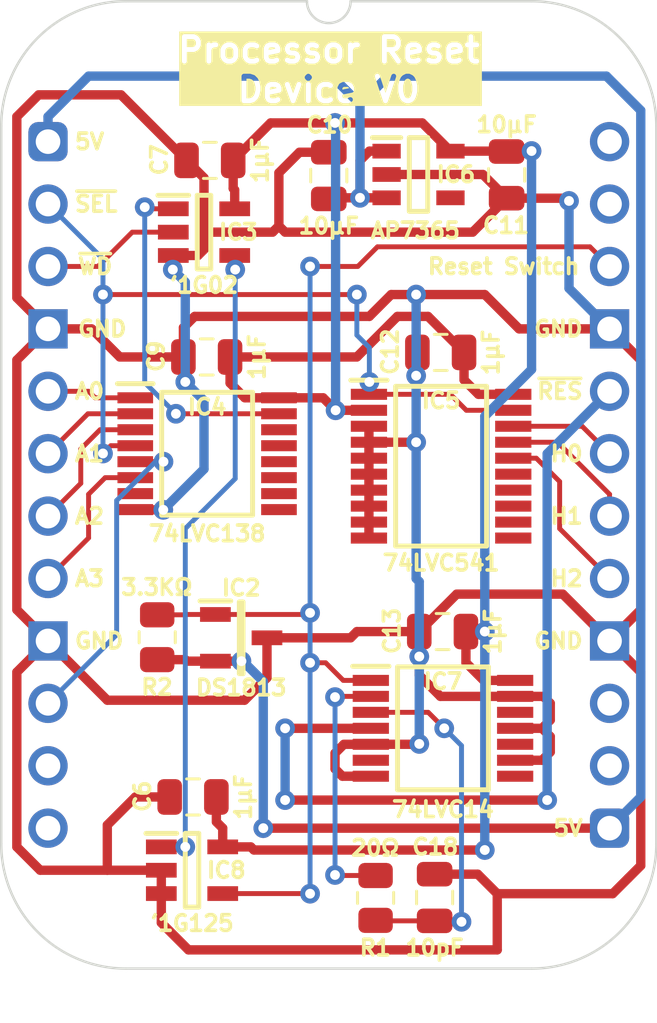
<source format=kicad_pcb>
(kicad_pcb (version 20241229) (generator "pcbnew") (generator_version "9.0")
  (title_block (title "Processor Reset Device") (date "2025-09-19") (rev "V0"))
  (layers (0 "F.Cu" signal) (2 "B.Cu" signal) (13 "F.Paste" user) (15 "B.Paste" user) (5 "F.SilkS" user "F.Silkscreen") (7 "B.SilkS" user "B.Silkscreen") (1 "F.Mask" user) (3 "B.Mask" user) (25 "Edge.Cuts" user))
  (net 0 "")
  (net 1 "/Reset_{2}")
  (net 2 "/3.3V")
  (net 3 "GND")
  (net 4 "5V")
  (net 5 "~{Reset Switch}")
  (net 9 "H2")
  (net 14 "H1")
  (net 15 "~{Device Select}")
  (net 16 "A2")
  (net 17 "/~{Y0}")
  (net 18 "A0")
  (net 19 "H0")
  (net 20 "A4")
  (net 21 "A1")
  (net 24 "~{Reset}")
  (net 26 "/Reset_{1}")
  (net 33 "~{WD}")
  (net 34 "A3")
  (net 37 "/~{WD}•~{Y0}")
  (footprint "SamacSys_Parts:SOT95P275X110-5N" (layer "F.Cu") (at 6.35 3.683)
    (property "Reference" "IC3" (at 1.397 0 0) (layer "F.SilkS") (effects (font (size 0.635 0.635))))
    (property "Value" "74LVC1G02GV,125" (hide yes))
    (property "Silkscreen" "'1G02" (at 0 2.159 0) (layer "F.SilkS") (effects (font (size 0.635 0.635))))
    (fp_line (start -1.875 -1.5) (end -0.625 -1.5) (stroke (width 0.2)) (layer "F.SilkS"))
    (fp_line (start -0.275 -1.5) (end 0.275 -1.5) (stroke (width 0.2)) (layer "F.SilkS"))
    (fp_line (start -0.275 1.5) (end -0.275 -1.5) (stroke (width 0.2)) (layer "F.SilkS"))
    (fp_line (start 0.275 -1.5) (end 0.275 1.5) (stroke (width 0.2)) (layer "F.SilkS"))
    (fp_line (start 0.275 1.5) (end -0.275 1.5) (stroke (width 0.2)) (layer "F.SilkS"))
    (pad "1" smd rect (at -1.25 -0.95 90) (size 0.6 1.25) (layers "F.Cu" "F.Mask" "F.Paste") (net 17 "/~{Y0}"))
    (pad "2" smd rect (at -1.25 0 90) (size 0.6 1.25) (layers "F.Cu" "F.Mask" "F.Paste") (net 33 "~{WD}"))
    (pad "3" smd rect (at -1.25 0.95 90) (size 0.6 1.25) (layers "F.Cu" "F.Mask" "F.Paste") (net 3 "GND"))
    (pad "4" smd rect (at 1.25 0.95 90) (size 0.6 1.25) (layers "F.Cu" "F.Mask" "F.Paste") (net 37 "/~{WD}•~{Y0}"))
    (pad "5" smd rect (at 1.25 -0.95 90) (size 0.6 1.25) (layers "F.Cu" "F.Mask" "F.Paste") (net 2 "/3.3V"))
  )
  (footprint "SamacSys_Parts:SOP65P640X110-14N" (layer "F.Cu") (at 16.079 23.876)
    (property "Reference" "IC7" (at 0 -1.905 0) (layer "F.SilkS") (effects (font (size 0.635 0.635))))
    (property "Value" "74LVC14APW,118" (hide yes))
    (fp_line (start -3.675 -2.525) (end -2.2 -2.525) (stroke (width 0.2)) (layer "F.SilkS"))
    (fp_line (start -1.85 -2.5) (end 1.85 -2.5) (stroke (width 0.2)) (layer "F.SilkS"))
    (fp_line (start -1.85 2.5) (end -1.85 -2.5) (stroke (width 0.2)) (layer "F.SilkS"))
    (fp_line (start 1.85 -2.5) (end 1.85 2.5) (stroke (width 0.2)) (layer "F.SilkS"))
    (fp_line (start 1.85 2.5) (end -1.85 2.5) (stroke (width 0.2)) (layer "F.SilkS"))
    (fp_text user "${Silkscreen}" (at 0 3.302 0) (layer "F.SilkS") (effects (font (size 0.635 0.635))))
    (pad "1" smd rect (at -2.938 -1.95 90) (size 0.45 1.475) (layers "F.Cu" "F.Mask" "F.Paste") (net 5 "~{Reset Switch}"))
    (pad "2" smd rect (at -2.938 -1.3 90) (size 0.45 1.475) (layers "F.Cu" "F.Mask" "F.Paste") (net 26 "/Reset_{1}"))
    (pad "3" smd rect (at -2.938 -0.65 90) (size 0.45 1.475) (layers "F.Cu" "F.Mask" "F.Paste") (net 1 "/Reset_{2}"))
    (pad "4" smd rect (at -2.938 0 90) (size 0.45 1.475) (layers "F.Cu" "F.Mask" "F.Paste") (net 24 "~{Reset}"))
    (pad "5" smd rect (at -2.938 0.65 90) (size 0.45 1.475) (layers "F.Cu" "F.Mask" "F.Paste") (net 3 "GND"))
    (pad "6" smd rect (at -2.938 1.3 90) (size 0.45 1.475) (layers "F.Cu" "F.Mask" "F.Paste"))
    (pad "7" smd rect (at -2.938 1.95 90) (size 0.45 1.475) (layers "F.Cu" "F.Mask" "F.Paste") (net 3 "GND"))
    (pad "8" smd rect (at 2.938 1.95 90) (size 0.45 1.475) (layers "F.Cu" "F.Mask" "F.Paste"))
    (pad "9" smd rect (at 2.938 1.3 90) (size 0.45 1.475) (layers "F.Cu" "F.Mask" "F.Paste") (net 3 "GND"))
    (pad "10" smd rect (at 2.938 0.65 90) (size 0.45 1.475) (layers "F.Cu" "F.Mask" "F.Paste"))
    (pad "11" smd rect (at 2.938 0 90) (size 0.45 1.475) (layers "F.Cu" "F.Mask" "F.Paste") (net 3 "GND"))
    (pad "12" smd rect (at 2.938 -0.65 90) (size 0.45 1.475) (layers "F.Cu" "F.Mask" "F.Paste"))
    (pad "13" smd rect (at 2.938 -1.3 90) (size 0.45 1.475) (layers "F.Cu" "F.Mask" "F.Paste") (net 3 "GND"))
    (pad "14" smd rect (at 2.938 -1.95 90) (size 0.45 1.475) (layers "F.Cu" "F.Mask" "F.Paste") (net 2 "/3.3V"))
  )
  (footprint "SamacSys_Parts:C_0805" (layer "F.Cu") (at 6.477 8.763 90)
    (property "Reference" "C9" (at 0.026999 -2.075 90) (layer "F.SilkS") (effects (font (size 0.635 0.635))))
    (property "Value" "1μF" (at 0 2.032 90) (layer "F.SilkS") (effects (font (size 0.635 0.635))))
    (fp_line (start 0.735 0.245252) (end 0.735 -0.277252) (stroke (width 0.12)) (layer "F.SilkS"))
    (fp_line (start -0.735 0.245252) (end -0.735 -0.277252) (stroke (width 0.12)) (layer "F.SilkS"))
    (pad "1" smd roundrect (at 0 0.934 180) (size 1 1.45) (layers "F.Cu" "F.Mask" "F.Paste") (net 2 "/3.3V"))
    (pad "2" smd roundrect (at 0 -0.966 180) (size 1 1.45) (layers "F.Cu" "F.Mask" "F.Paste") (net 3 "GND"))
  )
  (footprint "SamacSys_Parts:SOT95P237X112-3N" (layer "F.Cu") (at 7.864 20.193)
    (property "Reference" "IC2" (at 0 -2.032 0) (layer "F.SilkS") (effects (font (size 0.635 0.635))))
    (property "Value" "DS1813R-10+T&R" (hide yes))
    (fp_line (start -1.675 -1.5) (end -0.425 -1.5) (stroke (width 0.2)) (layer "F.SilkS"))
    (fp_line (start -0.075 -1.46) (end 0.075 -1.46) (stroke (width 0.2)) (layer "F.SilkS"))
    (fp_line (start -0.075 1.46) (end -0.075 -1.46) (stroke (width 0.2)) (layer "F.SilkS"))
    (fp_line (start 0.075 -1.46) (end 0.075 1.46) (stroke (width 0.2)) (layer "F.SilkS"))
    (fp_line (start 0.075 1.46) (end -0.075 1.46) (stroke (width 0.2)) (layer "F.SilkS"))
    (fp_text user "${Silkscreen}" (at 0 2.032 0) (layer "F.SilkS") (effects (font (size 0.635 0.635))))
    (pad "1" smd rect (at -1.05 -0.95 90) (size 0.6 1.25) (layers "F.Cu" "F.Mask" "F.Paste") (net 5 "~{Reset Switch}"))
    (pad "2" smd rect (at -1.05 0.95 90) (size 0.6 1.25) (layers "F.Cu" "F.Mask" "F.Paste") (net 4 "5V"))
    (pad "3" smd rect (at 1.05 0 90) (size 0.6 1.25) (layers "F.Cu" "F.Mask" "F.Paste") (net 3 "GND"))
  )
  (footprint "SamacSys_Parts:SOT95P275X110-5N" (layer "F.Cu") (at 5.862 29.652)
    (property "Reference" "IC8" (at 1.397 0 0) (layer "F.SilkS") (effects (font (size 0.635 0.635))))
    (property "Value" "74LVC1G125GV-Q100" (hide yes))
    (property "Silkscreen" "'1G125" (at 0 2.159 0) (layer "F.SilkS") (effects (font (size 0.635 0.635))))
    (fp_line (start -1.875 -1.5) (end -0.625 -1.5) (stroke (width 0.2)) (layer "F.SilkS"))
    (fp_line (start -0.275 -1.5) (end 0.275 -1.5) (stroke (width 0.2)) (layer "F.SilkS"))
    (fp_line (start -0.275 1.5) (end -0.275 -1.5) (stroke (width 0.2)) (layer "F.SilkS"))
    (fp_line (start 0.275 -1.5) (end 0.275 1.5) (stroke (width 0.2)) (layer "F.SilkS"))
    (fp_line (start 0.275 1.5) (end -0.275 1.5) (stroke (width 0.2)) (layer "F.SilkS"))
    (pad "1" smd rect (at -1.25 -0.95 90) (size 0.6 1.25) (layers "F.Cu" "F.Mask" "F.Paste") (net 37 "/~{WD}•~{Y0}"))
    (pad "2" smd rect (at -1.25 0 90) (size 0.6 1.25) (layers "F.Cu" "F.Mask" "F.Paste") (net 3 "GND"))
    (pad "3" smd rect (at -1.25 0.95 90) (size 0.6 1.25) (layers "F.Cu" "F.Mask" "F.Paste") (net 3 "GND"))
    (pad "4" smd rect (at 1.25 0.95 90) (size 0.6 1.25) (layers "F.Cu" "F.Mask" "F.Paste") (net 5 "~{Reset Switch}"))
    (pad "5" smd rect (at 1.25 -0.95 90) (size 0.6 1.25) (layers "F.Cu" "F.Mask" "F.Paste") (net 2 "/3.3V"))
  )
  (footprint "SamacSys_Parts:C_0805" (layer "F.Cu") (at 6.604 0.762 90)
    (property "Reference" "C7" (at 0.026999 -2.075 90) (layer "F.SilkS") (effects (font (size 0.635 0.635))))
    (property "Value" "1μF" (at 0 2.032 90) (layer "F.SilkS") (effects (font (size 0.635 0.635))))
    (fp_line (start 0.735 0.245252) (end 0.735 -0.277252) (stroke (width 0.12)) (layer "F.SilkS"))
    (fp_line (start -0.735 0.245252) (end -0.735 -0.277252) (stroke (width 0.12)) (layer "F.SilkS"))
    (pad "1" smd roundrect (at 0 0.934 180) (size 1 1.45) (layers "F.Cu" "F.Mask" "F.Paste") (net 2 "/3.3V"))
    (pad "2" smd roundrect (at 0 -0.966 180) (size 1 1.45) (layers "F.Cu" "F.Mask" "F.Paste") (net 3 "GND"))
  )
  (footprint "SamacSys_Parts:R_0805" (layer "F.Cu") (at 13.325 30.778689 180)
    (property "Reference" "R1" (at 0 -2.032 0) (layer "F.SilkS") (effects (font (size 0.635 0.635))))
    (property "Value" "20Ω" (at 0 2.032 0) (layer "F.SilkS") (effects (font (size 0.635 0.635))))
    (fp_line (start 0.725 0.227064) (end 0.725 -0.227064) (stroke (width 0.12)) (layer "F.SilkS"))
    (fp_line (start -0.745 0.227064) (end -0.745 -0.227064) (stroke (width 0.12)) (layer "F.SilkS"))
    (pad "1" smd roundrect (at -0.01 0.9125 270) (size 1.025 1.4) (layers "F.Cu" "F.Mask" "F.Paste") (roundrect_rratio 0.243902) (net 26 "/Reset_{1}"))
    (pad "2" smd roundrect (at -0.01 -0.9125 270) (size 1.025 1.4) (layers "F.Cu" "F.Mask" "F.Paste") (roundrect_rratio 0.243902) (net 1 "/Reset_{2}"))
  )
  (footprint "SamacSys_Parts:C_0805" (layer "F.Cu") (at 5.919 26.67 90)
    (property "Reference" "C6" (at 0.026999 -2.075 90) (layer "F.SilkS") (effects (font (size 0.635 0.635))))
    (property "Value" "1μF" (at 0 2.032 90) (layer "F.SilkS") (effects (font (size 0.635 0.635))))
    (fp_line (start 0.735 0.245252) (end 0.735 -0.277252) (stroke (width 0.12)) (layer "F.SilkS"))
    (fp_line (start -0.735 0.245252) (end -0.735 -0.277252) (stroke (width 0.12)) (layer "F.SilkS"))
    (pad "1" smd roundrect (at 0 0.934 180) (size 1 1.45) (layers "F.Cu" "F.Mask" "F.Paste") (net 2 "/3.3V"))
    (pad "2" smd roundrect (at 0 -0.966 180) (size 1 1.45) (layers "F.Cu" "F.Mask" "F.Paste") (net 3 "GND"))
  )
  (footprint "SamacSys_Parts:C_0805" (layer "F.Cu") (at 11.43 1.397)
    (property "Reference" "C10" (at 0.027 -2.075 180) (layer "F.SilkS") (effects (font (size 0.635 0.635))))
    (property "Value" "10µF" (at 0 2.032 0) (layer "F.SilkS") (effects (font (size 0.635 0.635))))
    (fp_line (start -0.735 0.245252) (end -0.735 -0.277252) (stroke (width 0.12)) (layer "F.SilkS"))
    (fp_line (start 0.735 0.245252) (end 0.735 -0.277252) (stroke (width 0.12)) (layer "F.SilkS"))
    (pad "1" smd roundrect (at 0 0.934 90) (size 1 1.45) (layers "F.Cu" "F.Mask" "F.Paste") (net 4 "5V"))
    (pad "2" smd roundrect (at 0 -0.966 90) (size 1 1.45) (layers "F.Cu" "F.Mask" "F.Paste") (net 3 "GND"))
  )
  (footprint "SamacSys_Parts:SOP65P640X110-20N" (layer "F.Cu") (at 16.002 13.208)
    (property "Reference" "IC5" (at 0 -2.667 0) (layer "F.SilkS") (effects (font (size 0.635 0.635))))
    (property "Value" "74LVC541APW,118" (hide yes))
    (fp_line (start -3.675 -3.5) (end -2.2 -3.5) (stroke (width 0.2)) (layer "F.SilkS"))
    (fp_line (start -1.85 -3.25) (end 1.85 -3.25) (stroke (width 0.2)) (layer "F.SilkS"))
    (fp_line (start -1.85 3.25) (end -1.85 -3.25) (stroke (width 0.2)) (layer "F.SilkS"))
    (fp_line (start 1.85 -3.25) (end 1.85 3.25) (stroke (width 0.2)) (layer "F.SilkS"))
    (fp_line (start 1.85 3.25) (end -1.85 3.25) (stroke (width 0.2)) (layer "F.SilkS"))
    (fp_text user "${Silkscreen}" (at 0 3.937 0) (layer "F.SilkS") (effects (font (size 0.635 0.635))))
    (pad "1" smd rect (at -2.938 -2.925 90) (size 0.45 1.475) (layers "F.Cu" "F.Mask" "F.Paste") (net 15 "~{Device Select}"))
    (pad "2" smd rect (at -2.938 -2.275 90) (size 0.45 1.475) (layers "F.Cu" "F.Mask" "F.Paste") (net 2 "/3.3V"))
    (pad "3" smd rect (at -2.938 -1.625 90) (size 0.45 1.475) (layers "F.Cu" "F.Mask" "F.Paste") (net 3 "GND"))
    (pad "4" smd rect (at -2.938 -0.975 90) (size 0.45 1.475) (layers "F.Cu" "F.Mask" "F.Paste") (net 3 "GND"))
    (pad "5" smd rect (at -2.938 -0.325 90) (size 0.45 1.475) (layers "F.Cu" "F.Mask" "F.Paste") (net 3 "GND"))
    (pad "6" smd rect (at -2.938 0.325 90) (size 0.45 1.475) (layers "F.Cu" "F.Mask" "F.Paste") (net 3 "GND"))
    (pad "7" smd rect (at -2.938 0.975 90) (size 0.45 1.475) (layers "F.Cu" "F.Mask" "F.Paste") (net 3 "GND"))
    (pad "8" smd rect (at -2.938 1.625 90) (size 0.45 1.475) (layers "F.Cu" "F.Mask" "F.Paste") (net 3 "GND"))
    (pad "9" smd rect (at -2.938 2.275 90) (size 0.45 1.475) (layers "F.Cu" "F.Mask" "F.Paste") (net 3 "GND"))
    (pad "10" smd rect (at -2.938 2.925 90) (size 0.45 1.475) (layers "F.Cu" "F.Mask" "F.Paste") (net 3 "GND"))
    (pad "11" smd rect (at 2.938 2.925 90) (size 0.45 1.475) (layers "F.Cu" "F.Mask" "F.Paste"))
    (pad "12" smd rect (at 2.938 2.275 90) (size 0.45 1.475) (layers "F.Cu" "F.Mask" "F.Paste"))
    (pad "13" smd rect (at 2.938 1.625 90) (size 0.45 1.475) (layers "F.Cu" "F.Mask" "F.Paste"))
    (pad "14" smd rect (at 2.938 0.975 90) (size 0.45 1.475) (layers "F.Cu" "F.Mask" "F.Paste"))
    (pad "15" smd rect (at 2.938 0.325 90) (size 0.45 1.475) (layers "F.Cu" "F.Mask" "F.Paste"))
    (pad "16" smd rect (at 2.938 -0.325 90) (size 0.45 1.475) (layers "F.Cu" "F.Mask" "F.Paste") (net 9 "H2"))
    (pad "17" smd rect (at 2.938 -0.975 90) (size 0.45 1.475) (layers "F.Cu" "F.Mask" "F.Paste") (net 14 "H1"))
    (pad "18" smd rect (at 2.938 -1.625 90) (size 0.45 1.475) (layers "F.Cu" "F.Mask" "F.Paste") (net 19 "H0"))
    (pad "19" smd rect (at 2.938 -2.275 90) (size 0.45 1.475) (layers "F.Cu" "F.Mask" "F.Paste") (net 15 "~{Device Select}"))
    (pad "20" smd rect (at 2.938 -2.925 90) (size 0.45 1.475) (layers "F.Cu" "F.Mask" "F.Paste") (net 2 "/3.3V"))
  )
  (footprint "SamacSys_Parts:C_0805" (layer "F.Cu") (at 18.669 1.336 180)
    (property "Reference" "C11" (at 0.026999 -2.075 0) (layer "F.SilkS") (effects (font (size 0.635 0.635))))
    (property "Value" "10µF" (at 0 2.032 0) (layer "F.SilkS") (effects (font (size 0.635 0.635))))
    (fp_line (start 0.735 0.245252) (end 0.735 -0.277252) (stroke (width 0.12)) (layer "F.SilkS"))
    (fp_line (start -0.735 0.245252) (end -0.735 -0.277252) (stroke (width 0.12)) (layer "F.SilkS"))
    (pad "1" smd roundrect (at 0 0.934 270) (size 1 1.45) (layers "F.Cu" "F.Mask" "F.Paste") (net 2 "/3.3V"))
    (pad "2" smd roundrect (at 0 -0.966 270) (size 1 1.45) (layers "F.Cu" "F.Mask" "F.Paste") (net 3 "GND"))
  )
  (footprint "SamacSys_Parts:SOP65P640X110-16N" (layer "F.Cu") (at 6.477 12.7)
    (property "Reference" "IC4" (at 0 -1.905 0) (layer "F.SilkS") (effects (font (size 0.635 0.635))))
    (property "Value" "74LVC138APW-Q100J" (hide yes))
    (property "Silkscreen" "74LVC138" (at 0 3.25 0) (layer "F.SilkS") (effects (font (size 0.635 0.635))))
    (fp_line (start -3.65 -2.85) (end -2.2 -2.85) (stroke (width 0.2)) (layer "F.SilkS"))
    (fp_line (start -1.85 -2.5) (end 1.85 -2.5) (stroke (width 0.2)) (layer "F.SilkS"))
    (fp_line (start -1.85 2.5) (end -1.85 -2.5) (stroke (width 0.2)) (layer "F.SilkS"))
    (fp_line (start 1.85 -2.5) (end 1.85 2.5) (stroke (width 0.2)) (layer "F.SilkS"))
    (fp_line (start 1.85 2.5) (end -1.85 2.5) (stroke (width 0.2)) (layer "F.SilkS"))
    (pad "1" smd rect (at -2.925 -2.275 90) (size 0.45 1.45) (layers "F.Cu" "F.Mask" "F.Paste") (net 18 "A0"))
    (pad "2" smd rect (at -2.925 -1.625 90) (size 0.45 1.45) (layers "F.Cu" "F.Mask" "F.Paste") (net 21 "A1"))
    (pad "3" smd rect (at -2.925 -0.975 90) (size 0.45 1.45) (layers "F.Cu" "F.Mask" "F.Paste") (net 16 "A2"))
    (pad "4" smd rect (at -2.925 -0.325 90) (size 0.45 1.45) (layers "F.Cu" "F.Mask" "F.Paste") (net 15 "~{Device Select}"))
    (pad "5" smd rect (at -2.925 0.325 90) (size 0.45 1.45) (layers "F.Cu" "F.Mask" "F.Paste") (net 20 "A4"))
    (pad "6" smd rect (at -2.925 0.975 90) (size 0.45 1.45) (layers "F.Cu" "F.Mask" "F.Paste") (net 34 "A3"))
    (pad "7" smd rect (at -2.925 1.625 90) (size 0.45 1.45) (layers "F.Cu" "F.Mask" "F.Paste"))
    (pad "8" smd rect (at -2.925 2.275 90) (size 0.45 1.45) (layers "F.Cu" "F.Mask" "F.Paste") (net 3 "GND"))
    (pad "9" smd rect (at 2.925 2.275 90) (size 0.45 1.45) (layers "F.Cu" "F.Mask" "F.Paste"))
    (pad "10" smd rect (at 2.925 1.625 90) (size 0.45 1.45) (layers "F.Cu" "F.Mask" "F.Paste"))
    (pad "11" smd rect (at 2.925 0.975 90) (size 0.45 1.45) (layers "F.Cu" "F.Mask" "F.Paste"))
    (pad "12" smd rect (at 2.925 0.325 90) (size 0.45 1.45) (layers "F.Cu" "F.Mask" "F.Paste"))
    (pad "13" smd rect (at 2.925 -0.325 90) (size 0.45 1.45) (layers "F.Cu" "F.Mask" "F.Paste"))
    (pad "14" smd rect (at 2.925 -0.975 90) (size 0.45 1.45) (layers "F.Cu" "F.Mask" "F.Paste"))
    (pad "15" smd rect (at 2.925 -1.625 90) (size 0.45 1.45) (layers "F.Cu" "F.Mask" "F.Paste") (net 17 "/~{Y0}"))
    (pad "16" smd rect (at 2.925 -2.275 90) (size 0.45 1.45) (layers "F.Cu" "F.Mask" "F.Paste") (net 2 "/3.3V"))
  )
  (footprint "SamacSys_Parts:SOT95P285X130-5N" (layer "F.Cu") (at 15.083 1.336)
    (property "Reference" "IC6" (at 1.524 0 0) (layer "F.SilkS") (effects (font (size 0.635 0.635))))
    (property "Value" "AP7365-33WG-7" (hide yes))
    (property "Silkscreen" "AP7365" (at -0.127 2.286 0) (layer "F.SilkS") (effects (font (size 0.635 0.635))))
    (fp_line (start -1.875 -1.5) (end -0.725 -1.5) (stroke (width 0.2)) (layer "F.SilkS"))
    (fp_line (start -0.375 -1.5) (end 0.375 -1.5) (stroke (width 0.2)) (layer "F.SilkS"))
    (fp_line (start -0.375 1.5) (end -0.375 -1.5) (stroke (width 0.2)) (layer "F.SilkS"))
    (fp_line (start 0.375 -1.5) (end 0.375 1.5) (stroke (width 0.2)) (layer "F.SilkS"))
    (fp_line (start 0.375 1.5) (end -0.375 1.5) (stroke (width 0.2)) (layer "F.SilkS"))
    (pad "1" smd rect (at -1.3 -0.95 90) (size 0.6 1.15) (layers "F.Cu" "F.Mask" "F.Paste") (net 4 "5V"))
    (pad "2" smd rect (at -1.3 0 90) (size 0.6 1.15) (layers "F.Cu" "F.Mask" "F.Paste") (net 3 "GND"))
    (pad "3" smd rect (at -1.3 0.95 90) (size 0.6 1.15) (layers "F.Cu" "F.Mask" "F.Paste") (net 4 "5V"))
    (pad "4" smd rect (at 1.3 0.95 90) (size 0.6 1.15) (layers "F.Cu" "F.Mask" "F.Paste"))
    (pad "5" smd rect (at 1.3 -0.95 90) (size 0.6 1.15) (layers "F.Cu" "F.Mask" "F.Paste") (net 2 "/3.3V"))
  )
  (footprint "SamacSys_Parts:R_0805" (layer "F.Cu") (at 4.435 20.1695 180)
    (property "Reference" "R2" (at 0 -2.032 0) (layer "F.SilkS") (effects (font (size 0.635 0.635))))
    (property "Value" "3.3KΩ" (at 0 2.032 0) (layer "F.SilkS") (effects (font (size 0.635 0.635))))
    (fp_line (start 0.725 0.227064) (end 0.725 -0.227064) (stroke (width 0.12)) (layer "F.SilkS"))
    (fp_line (start -0.745 0.227064) (end -0.745 -0.227064) (stroke (width 0.12)) (layer "F.SilkS"))
    (pad "1" smd roundrect (at -0.01 0.9125 270) (size 1.025 1.4) (layers "F.Cu" "F.Mask" "F.Paste") (roundrect_rratio 0.243902) (net 5 "~{Reset Switch}"))
    (pad "2" smd roundrect (at -0.01 -0.9125 270) (size 1.025 1.4) (layers "F.Cu" "F.Mask" "F.Paste") (roundrect_rratio 0.243902) (net 4 "5V"))
  )
  (footprint "SamacSys_Parts:C_0805" (layer "F.Cu") (at 16.079 19.939 90)
    (property "Reference" "C13" (at 0.026999 -2.075 90) (layer "F.SilkS") (effects (font (size 0.635 0.635))))
    (property "Value" "1μF" (at 0 2.032 90) (layer "F.SilkS") (effects (font (size 0.635 0.635))))
    (fp_line (start 0.735 0.245252) (end 0.735 -0.277252) (stroke (width 0.12)) (layer "F.SilkS"))
    (fp_line (start -0.735 0.245252) (end -0.735 -0.277252) (stroke (width 0.12)) (layer "F.SilkS"))
    (pad "1" smd roundrect (at 0 0.934 180) (size 1 1.45) (layers "F.Cu" "F.Mask" "F.Paste") (net 2 "/3.3V"))
    (pad "2" smd roundrect (at 0 -0.966 180) (size 1 1.45) (layers "F.Cu" "F.Mask" "F.Paste") (net 3 "GND"))
  )
  (footprint "SamacSys_Parts:C_0805" (layer "F.Cu") (at 16.002 8.578 90)
    (property "Reference" "C12" (at 0.026999 -2.075 90) (layer "F.SilkS") (effects (font (size 0.635 0.635))))
    (property "Value" "1μF" (at 0 2.032 90) (layer "F.SilkS") (effects (font (size 0.635 0.635))))
    (fp_line (start 0.735 0.245252) (end 0.735 -0.277252) (stroke (width 0.12)) (layer "F.SilkS"))
    (fp_line (start -0.735 0.245252) (end -0.735 -0.277252) (stroke (width 0.12)) (layer "F.SilkS"))
    (pad "1" smd roundrect (at 0 0.934 180) (size 1 1.45) (layers "F.Cu" "F.Mask" "F.Paste") (net 2 "/3.3V"))
    (pad "2" smd roundrect (at 0 -0.966 180) (size 1 1.45) (layers "F.Cu" "F.Mask" "F.Paste") (net 3 "GND"))
  )
  (footprint "SamacSys_Parts:DIP-24_Board_W22.86mm" (layer "F.Cu") (at 0 0)
    (property "Reference" "J1" (hide yes))
    (property "Value" "Conn_02x12_Counter_Clockwise" (hide yes))
    (fp_line (start -1.905 -0.635) (end -1.905 28.575) (stroke (width 0.1)) (layer "Edge.Cuts"))
    (fp_line (start 10.541 -5.715) (end 3.175 -5.715) (stroke (width 0.1)) (layer "Edge.Cuts"))
    (fp_line (start 19.685 -5.715) (end 12.319 -5.715) (stroke (width 0.1)) (layer "Edge.Cuts"))
    (fp_line (start 19.685 33.655) (end 3.175 33.655) (stroke (width 0.1)) (layer "Edge.Cuts"))
    (fp_line (start 24.765 28.575) (end 24.765 -0.635) (stroke (width 0.1)) (layer "Edge.Cuts"))
    (fp_arc (start -1.905 -0.635) (mid -0.417102 -4.227102) (end 3.175 -5.715) (stroke (width 0.1)) (layer "Edge.Cuts"))
    (fp_arc (start 3.175 33.655) (mid -0.417102 32.167102) (end -1.905 28.575) (stroke (width 0.1)) (layer "Edge.Cuts"))
    (fp_arc (start 12.319 -5.715) (mid 11.43 -4.826) (end 10.541 -5.715) (stroke (width 0.1)) (layer "Edge.Cuts"))
    (fp_arc (start 19.685 -5.715) (mid 23.277102 -4.227102) (end 24.765 -0.635) (stroke (width 0.1)) (layer "Edge.Cuts"))
    (fp_arc (start 24.765 28.575) (mid 23.277102 32.167102) (end 19.685 33.655) (stroke (width 0.1)) (layer "Edge.Cuts"))
    (pad "1" thru_hole roundrect (at 0 0) (size 1.6 1.6) (drill 1) (layers "*.Cu" "*.Mask") (net 4 "5V"))
    (pad "2" thru_hole oval (at 0 2.54) (size 1.6 1.6) (drill 1) (layers "*.Cu" "*.Mask") (net 15 "~{Device Select}"))
    (pad "3" thru_hole oval (at 0 5.08) (size 1.6 1.6) (drill 1) (layers "*.Cu" "*.Mask") (net 33 "~{WD}"))
    (pad "4" thru_hole rect (at 0 7.62) (size 1.6 1.6) (drill 1) (layers "*.Cu" "*.Mask") (net 3 "GND"))
    (pad "5" thru_hole oval (at 0 10.16) (size 1.6 1.6) (drill 1) (layers "*.Cu" "*.Mask") (net 18 "A0"))
    (pad "6" thru_hole oval (at 0 12.7) (size 1.6 1.6) (drill 1) (layers "*.Cu" "*.Mask") (net 21 "A1"))
    (pad "7" thru_hole oval (at 0 15.24) (size 1.6 1.6) (drill 1) (layers "*.Cu" "*.Mask") (net 16 "A2"))
    (pad "8" thru_hole oval (at 0 17.78) (size 1.6 1.6) (drill 1) (layers "*.Cu" "*.Mask") (net 34 "A3"))
    (pad "9" thru_hole rect (at 0 20.32) (size 1.6 1.6) (drill 1) (layers "*.Cu" "*.Mask") (net 3 "GND"))
    (pad "10" thru_hole oval (at 0 22.86) (size 1.6 1.6) (drill 1) (layers "*.Cu" "*.Mask") (net 20 "A4"))
    (pad "11" thru_hole oval (at 0 25.4) (size 1.6 1.6) (drill 1) (layers "*.Cu" "*.Mask"))
    (pad "12" thru_hole oval (at 0 27.94) (size 1.6 1.6) (drill 1) (layers "*.Cu" "*.Mask"))
    (pad "13" thru_hole roundrect (at 22.86 27.94) (size 1.6 1.6) (drill 1) (layers "*.Cu" "*.Mask") (net 4 "5V"))
    (pad "14" thru_hole oval (at 22.86 25.4) (size 1.6 1.6) (drill 1) (layers "*.Cu" "*.Mask"))
    (pad "15" thru_hole oval (at 22.86 22.86) (size 1.6 1.6) (drill 1) (layers "*.Cu" "*.Mask"))
    (pad "16" thru_hole rect (at 22.86 20.32) (size 1.6 1.6) (drill 1) (layers "*.Cu" "*.Mask") (net 3 "GND"))
    (pad "17" thru_hole oval (at 22.86 17.78 180) (size 1.6 1.6) (drill 1) (layers "*.Cu" "*.Mask") (net 9 "H2"))
    (pad "18" thru_hole oval (at 22.86 15.24 180) (size 1.6 1.6) (drill 1) (layers "*.Cu" "*.Mask") (net 14 "H1"))
    (pad "19" thru_hole oval (at 22.86 12.7 180) (size 1.6 1.6) (drill 1) (layers "*.Cu" "*.Mask") (net 19 "H0"))
    (pad "20" thru_hole oval (at 22.86 10.16 180) (size 1.6 1.6) (drill 1) (layers "*.Cu" "*.Mask") (net 24 "~{Reset}"))
    (pad "21" thru_hole rect (at 22.86 7.62) (size 1.6 1.6) (drill 1) (layers "*.Cu" "*.Mask") (net 3 "GND"))
    (pad "22" thru_hole oval (at 22.86 5.08) (size 1.6 1.6) (drill 1) (layers "*.Cu" "*.Mask") (net 5 "~{Reset Switch}"))
    (pad "23" thru_hole oval (at 22.86 2.54) (size 1.6 1.6) (drill 1) (layers "*.Cu" "*.Mask"))
    (pad "24" thru_hole oval (at 22.86 0) (size 1.6 1.6) (drill 1) (layers "*.Cu" "*.Mask"))
  )
  (footprint "SamacSys_Parts:C_0805" (layer "F.Cu") (at 15.738 30.778689)
    (property "Reference" "C18" (at 0.026999 -2.075 0) (layer "F.SilkS") (effects (font (size 0.635 0.635))))
    (property "Value" "10pF" (at 0 2.032 0) (layer "F.SilkS") (effects (font (size 0.635 0.635))))
    (fp_line (start -0.735 0.245252) (end -0.735 -0.277252) (stroke (width 0.12)) (layer "F.SilkS"))
    (fp_line (start 0.735 0.245252) (end 0.735 -0.277252) (stroke (width 0.12)) (layer "F.SilkS"))
    (pad "1" smd roundrect (at 0 0.934 90) (size 1 1.45) (layers "F.Cu" "F.Mask" "F.Paste") (net 1 "/Reset_{2}"))
    (pad "2" smd roundrect (at 0 -0.966 90) (size 1 1.45) (layers "F.Cu" "F.Mask" "F.Paste") (net 3 "GND"))
  )
  (footprint "SamacSys_Parts:PinHeader_1x12_P2.54mm_Vertical" (layer "B.Cu") (at 0 0 180)
    (property "Reference" "J4" (hide yes))
    (property "Value" "Pin_Header_01x12")
  )
  (footprint "SamacSys_Parts:PinHeader_1x12_P2.54mm_Vertical" (layer "B.Cu") (at 22.86 0 180)
    (property "Reference" "J2" (hide yes))
    (property "Value" "Pin_Header_01x12")
  )
  (gr_text "H0" (at 21.844 12.7 0) (layer "F.SilkS") (effects (font (size 0.635 0.635) (thickness 0.15) (bold yes)) (justify right)))
  (gr_text "GND" (at 21.844 7.62 0) (layer "F.SilkS") (effects (font (size 0.635 0.635) (thickness 0.15) (bold yes)) (justify right)))
  (gr_text "5V" (at 1.016 0 0) (layer "F.SilkS") (effects (font (size 0.635 0.635) (thickness 0.15) (bold yes)) (justify left)))
  (gr_text "GND" (at 21.844 20.32 0) (layer "F.SilkS") (effects (font (size 0.635 0.635) (thickness 0.15) (bold yes)) (justify right)))
  (gr_text "~{SEL}" (at 1.016 2.54 0) (layer "F.SilkS") (effects (font (size 0.635 0.635) (thickness 0.15) (bold yes)) (justify left)))
  (gr_text "Processor Reset\nDevice V0" (at 11.43 -2.921 0) (layer "F.SilkS" knockout) (effects (font (size 1 1) (thickness 0.2) (bold yes))))
  (gr_text "~{WD}" (at 1.143 5.08 0) (layer "F.SilkS") (effects (font (size 0.635 0.635) (thickness 0.15) (bold yes)) (justify left)))
  (gr_text "A0" (at 1.016 10.16 0) (layer "F.SilkS") (effects (font (size 0.635 0.635) (thickness 0.15) (bold yes)) (justify left)))
  (gr_text "A2" (at 1.016 15.24 0) (layer "F.SilkS") (effects (font (size 0.635 0.635) (thickness 0.15) (bold yes)) (justify left)))
  (gr_text "H1" (at 21.844 15.24 0) (layer "F.SilkS") (effects (font (size 0.635 0.635) (thickness 0.15) (bold yes)) (justify right)))
  (gr_text "A1" (at 1.016 12.7 0) (layer "F.SilkS") (effects (font (size 0.635 0.635) (thickness 0.15) (bold yes)) (justify left)))
  (gr_text "GND" (at 1.016 20.32 0) (layer "F.SilkS") (effects (font (size 0.635 0.635) (thickness 0.15) (bold yes)) (justify left)))
  (gr_text "GND" (at 1.143 7.62 0) (layer "F.SilkS") (effects (font (size 0.635 0.635) (thickness 0.15) (bold yes)) (justify left)))
  (gr_text "Reset Switch" (at 21.717 5.08 0) (layer "F.SilkS") (effects (font (size 0.635 0.635) (thickness 0.15) (bold yes)) (justify right)))
  (gr_text "~{RES}" (at 21.844 10.16 0) (layer "F.SilkS") (effects (font (size 0.635 0.635) (thickness 0.15) (bold yes)) (justify right)))
  (gr_text "A3" (at 1.016 17.78 0) (layer "F.SilkS") (effects (font (size 0.635 0.635) (thickness 0.15) (bold yes)) (justify left)))
  (gr_text "5V" (at 21.844 27.94 0) (layer "F.SilkS") (effects (font (size 0.635 0.635) (thickness 0.15) (bold yes)) (justify right)))
  (gr_text "H2" (at 21.844 17.78 0) (layer "F.SilkS") (effects (font (size 0.635 0.635) (thickness 0.15) (bold yes)) (justify right)))
  (segment (start 15.479 23.226) (end 16.129 23.876) (width 0.2) (layer "F.Cu") (net 1))
  (segment (start 13.141 23.226) (end 15.479 23.226) (width 0.2) (layer "F.Cu") (net 1))
  (segment (start 15.738 31.712689) (end 13.3565 31.712689) (width 0.2) (layer "F.Cu") (net 1))
  (segment (start 15.738 31.712689) (end 16.795188 31.712689) (width 0.2) (layer "F.Cu") (net 1))
  (segment (start 16.795188 31.712689) (end 16.832499 31.75) (width 0.2) (layer "F.Cu") (net 1))
  (via (at 16.129 23.876) (size 0.8) (drill 0.4) (layers "F.Cu" "B.Cu") (net 1))
  (via (at 16.832499 31.75) (size 0.8) (drill 0.4) (layers "F.Cu" "B.Cu") (net 1))
  (segment (start 16.832499 24.579499) (end 16.832499 31.75) (width 0.2) (layer "B.Cu") (net 1))
  (segment (start 16.129 23.876) (end 16.832499 24.579499) (width 0.2) (layer "B.Cu") (net 1))
  (segment (start 7.6 1.967) (end 7.538 1.905) (width 0.38) (layer "F.Cu") (net 2))
  (segment (start 6.853 27.681) (end 7.112 27.94) (width 0.38) (layer "F.Cu") (net 2))
  (segment (start 11.684 -0.762) (end 15.235 -0.762) (width 0.38) (layer "F.Cu") (net 2))
  (segment (start 7.411 8.763) (end 12.573 8.763) (width 0.38) (layer "F.Cu") (net 2))
  (segment (start 18.669 0.402) (end 19.664 0.402) (width 0.38) (layer "F.Cu") (net 2))
  (segment (start 8.012 10.425) (end 7.411 9.824) (width 0.38) (layer "F.Cu") (net 2))
  (segment (start 7.6 2.733) (end 7.6 1.967) (width 0.38) (layer "F.Cu") (net 2))
  (segment (start 17.013 21.204) (end 17.013 19.939) (width 0.38) (layer "F.Cu") (net 2))
  (segment (start 16.383 0.386) (end 18.653 0.386) (width 0.38) (layer "F.Cu") (net 2))
  (segment (start 13.064 10.933) (end 11.707544 10.933001) (width 0.38) (layer "F.Cu") (net 2))
  (segment (start 9.402 10.425) (end 11.199543 10.425) (width 0.38) (layer "F.Cu") (net 2))
  (segment (start 8.255 28.702) (end 7.112 28.702) (width 0.38) (layer "F.Cu") (net 2))
  (segment (start 7.112 27.94) (end 7.112 28.702) (width 0.38) (layer "F.Cu") (net 2))
  (segment (start 17.78 28.829) (end 8.382 28.829) (width 0.38) (layer "F.Cu") (net 2))
  (segment (start 12.573 8.763) (end 14.224 7.112) (width 0.38) (layer "F.Cu") (net 2))
  (segment (start 19.664 0.402) (end 19.685 0.381) (width 0.38) (layer "F.Cu") (net 2))
  (segment (start 7.538 0.762) (end 7.538 1.905) (width 0.38) (layer "F.Cu") (net 2))
  (segment (start 17.522 10.283) (end 16.936 9.697) (width 0.38) (layer "F.Cu") (net 2))
  (segment (start 17.735 21.926) (end 17.013 21.204) (width 0.38) (layer "F.Cu") (net 2))
  (segment (start 9.062 -0.762) (end 7.538 0.762) (width 0.38) (layer "F.Cu") (net 2))
  (segment (start 15.47 7.112) (end 16.936 8.578) (width 0.38) (layer "F.Cu") (net 2))
  (segment (start 6.853 26.67) (end 6.853 27.681) (width 0.38) (layer "F.Cu") (net 2))
  (segment (start 16.936 9.697) (end 16.936 8.578) (width 0.38) (layer "F.Cu") (net 2))
  (segment (start 11.684 -0.762) (end 9.062 -0.762) (width 0.38) (layer "F.Cu") (net 2))
  (segment (start 17.78 19.939) (end 17.013 19.939) (width 0.38) (layer "F.Cu") (net 2))
  (segment (start 19.017 21.926) (end 17.735 21.926) (width 0.38) (layer "F.Cu") (net 2))
  (segment (start 14.224 7.112) (end 15.47 7.112) (width 0.38) (layer "F.Cu") (net 2))
  (segment (start 18.94 10.283) (end 17.522 10.283) (width 0.38) (layer "F.Cu") (net 2))
  (segment (start 15.235 -0.762) (end 16.383 0.386) (width 0.38) (layer "F.Cu") (net 2))
  (segment (start 8.382 28.829) (end 8.255 28.702) (width 0.38) (layer "F.Cu") (net 2))
  (segment (start 7.411 9.824) (end 7.411 8.763) (width 0.38) (layer "F.Cu") (net 2))
  (segment (start 11.199543 10.425) (end 11.707544 10.933001) (width 0.38) (layer "F.Cu") (net 2))
  (segment (start 9.402 10.425) (end 8.012 10.425) (width 0.38) (layer "F.Cu") (net 2))
  (via (at 17.78 28.829) (size 0.8) (drill 0.4) (layers "F.Cu" "B.Cu") (net 2))
  (via (at 17.78 19.939) (size 0.8) (drill 0.4) (layers "F.Cu" "B.Cu") (net 2))
  (via (at 11.684 -0.762) (size 0.8) (drill 0.4) (layers "F.Cu" "B.Cu") (net 2))
  (via (at 11.707544 10.933001) (size 0.8) (drill 0.4) (layers "F.Cu" "B.Cu") (net 2))
  (via (at 19.685 0.381) (size 0.8) (drill 0.4) (layers "F.Cu" "B.Cu") (net 2))
  (segment (start 19.685 9.271) (end 17.78 11.176) (width 0.38) (layer "B.Cu") (net 2))
  (segment (start 17.78 19.939) (end 17.78 28.829) (width 0.38) (layer "B.Cu") (net 2))
  (segment (start 19.685 0.381) (end 19.685 9.271) (width 0.38) (layer "B.Cu") (net 2))
  (segment (start 11.707544 -0.738456) (end 11.684 -0.762) (width 0.38) (layer "B.Cu") (net 2))
  (segment (start 11.707544 10.933001) (end 11.707544 -0.738456) (width 0.38) (layer "B.Cu") (net 2))
  (segment (start 17.78 11.176) (end 17.78 19.939) (width 0.38) (layer "B.Cu") (net 2))
  (segment (start 13.064 14.183) (end 13.064 13.533) (width 0.38) (layer "F.Cu") (net 3))
  (segment (start 24.13 21.59) (end 24.13 29.464) (width 0.38) (layer "F.Cu") (net 3))
  (segment (start 3.556 26.67) (end 2.413 27.813) (width 0.38) (layer "F.Cu") (net 3))
  (segment (start 5.969 7.112) (end 13.081 7.112) (width 0.38) (layer "F.Cu") (net 3))
  (segment (start 13.064 13.533) (end 13.064 12.883) (width 0.38) (layer "F.Cu") (net 3))
  (segment (start 15.036 8.578) (end 15.036 9.475) (width 0.38) (layer "F.Cu") (net 3))
  (segment (start 13.064 12.233) (end 14.986 12.233) (width 0.38) (layer "F.Cu") (net 3))
  (segment (start 20.447 22.86) (end 20.447 23.5405) (width 0.38) (layer "F.Cu") (net 3))
  (segment (start 18.669 2.302) (end 21.098 2.302) (width 0.38) (layer "F.Cu") (net 3))
  (segment (start -1.27 -1.016) (end -0.381 -1.905) (width 0.38) (layer "F.Cu") (net 3))
  (segment (start 11.684 24.8885) (end 11.684 25.527) (width 0.38) (layer "F.Cu") (net 3))
  (segment (start 5.08 5.207) (end 5.08 4.653) (width 0.38) (layer "F.Cu") (net 3))
  (segment (start 8.001 22.733) (end 2.413 22.733) (width 0.38) (layer "F.Cu") (net 3))
  (segment (start 11.983 25.826) (end 13.141 25.826) (width 0.38) (layer "F.Cu") (net 3))
  (segment (start -1.27 6.35) (end -1.27 -1.016) (width 0.38) (layer "F.Cu") (net 3))
  (segment (start 5.715 32.893) (end 4.612 31.79) (width 0.38) (layer "F.Cu") (net 3))
  (segment (start 17.493689 29.812689) (end 18.288 30.607) (width 0.38) (layer "F.Cu") (net 3))
  (segment (start 6.35 3.683) (end 6.35 4.388) (width 0.38) (layer "F.Cu") (net 3))
  (segment (start 9.398 3.429) (end 9.652 3.683) (width 0.38) (layer "F.Cu") (net 3))
  (segment (start 22.86 20.32) (end 24.13 19.05) (width 0.38) (layer "F.Cu") (net 3))
  (segment (start 20.447 23.5405) (end 20.1115 23.876) (width 0.38) (layer "F.Cu") (net 3))
  (segment (start 13.141 24.526) (end 15.098 24.526) (width 0.38) (layer "F.Cu") (net 3))
  (segment (start 2.413 22.733) (end 0 20.32) (width 0.38) (layer "F.Cu") (net 3))
  (segment (start 15.113 21.717) (end 15.113 20.955) (width 0.38) (layer "F.Cu") (net 3))
  (segment (start 21.098 2.302) (end 21.209 2.413) (width 0.38) (layer "F.Cu") (net 3))
  (segment (start 4.612 29.652) (end 2.413 29.652) (width 0.38) (layer "F.Cu") (net 3))
  (segment (start 2.413 29.652) (end -0.32 29.652) (width 0.38) (layer "F.Cu") (net 3))
  (segment (start 24.13 29.464) (end 23.622 29.972) (width 0.38) (layer "F.Cu") (net 3))
  (segment (start 17.78 6.223) (end 14.986 6.223) (width 0.38) (layer "F.Cu") (net 3))
  (segment (start 17.288 3.683) (end 18.669 2.302) (width 0.38) (layer "F.Cu") (net 3))
  (segment (start 19.177 7.62) (end 17.78 6.223) (width 0.38) (layer "F.Cu") (net 3))
  (segment (start 2.413 27.813) (end 2.413 29.652) (width 0.38) (layer "F.Cu") (net 3))
  (segment (start 20.1115 25.176) (end 20.447 24.8405) (width 0.38) (layer "F.Cu") (net 3))
  (segment (start 9.652 3.683) (end 17.288 3.683) (width 0.38) (layer "F.Cu") (net 3))
  (segment (start 12.573 19.939) (end 12.319 20.193) (width 0.38) (layer "F.Cu") (net 3))
  (segment (start -1.27 19.05) (end -1.27 8.89) (width 0.38) (layer "F.Cu") (net 3))
  (segment (start 13.064 12.883) (end 13.064 12.233) (width 0.38) (layer "F.Cu") (net 3))
  (segment (start 5.638 0.762) (end 6.35 1.474) (width 0.38) (layer "F.Cu") (net 3))
  (segment (start 2.971 -1.905) (end 5.638 0.762) (width 0.38) (layer "F.Cu") (net 3))
  (segment (start 24.13 8.89) (end 22.86 7.62) (width 0.38) (layer "F.Cu") (net 3))
  (segment (start 15.113 19.939) (end 12.573 19.939) (width 0.38) (layer "F.Cu") (net 3))
  (segment (start 5.511 9.702) (end 5.588 9.779) (width 0.38) (layer "F.Cu") (net 3))
  (segment (start 19.017 25.176) (end 20.1115 25.176) (width 0.38) (layer "F.Cu") (net 3))
  (segment (start 13.97 6.223) (end 14.986 6.223) (width 0.38) (layer "F.Cu") (net 3))
  (segment (start 15.972 22.576) (end 15.113 21.717) (width 0.38) (layer "F.Cu") (net 3))
  (segment (start 24.13 19.05) (end 24.13 8.89) (width 0.38) (layer "F.Cu") (net 3))
  (segment (start 5.511 8.763) (end 5.511 9.702) (width 0.38) (layer "F.Cu") (net 3))
  (segment (start -1.27 8.89) (end 0 7.62) (width 0.38) (layer "F.Cu") (net 3))
  (segment (start 9.398 1.27) (end 9.398 3.429) (width 0.38) (layer "F.Cu") (net 3))
  (segment (start 18.288 30.607) (end 18.288 32.893) (width 0.38) (layer "F.Cu") (net 3))
  (segment (start 11.43 0.431) (end 10.237 0.431) (width 0.38) (layer "F.Cu") (net 3))
  (segment (start 8.914 20.193) (end 12.319 20.193) (width 0.38) (layer "F.Cu") (net 3))
  (segment (start 20.163 22.576) (end 20.447 22.86) (width 0.38) (layer "F.Cu") (net 3))
  (segment (start -0.381 -1.905) (end 2.971 -1.905) (width 0.38) (layer "F.Cu") (net 3))
  (segment (start 0 20.32) (end -1.27 19.05) (width 0.38) (layer "F.Cu") (net 3))
  (segment (start 5.511 7.57) (end 5.969 7.112) (width 0.38) (layer "F.Cu") (net 3))
  (segment (start 13.064 14.833) (end 13.064 14.183) (width 0.38) (layer "F.Cu") (net 3))
  (segment (start 22.86 7.62) (end 19.177 7.62) (width 0.38) (layer "F.Cu") (net 3))
  (segment (start 4.69132 14.983982) (end 3.560982 14.983982) (width 0.38) (layer "F.Cu") (net 3))
  (segment (start 12.0465 24.526) (end 11.684 24.8885) (width 0.38) (layer "F.Cu") (net 3))
  (segment (start 9.144 3.683) (end 6.35 3.683) (width 0.38) (layer "F.Cu") (net 3))
  (segment (start -1.27 21.59) (end 0 20.32) (width 0.38) (layer "F.Cu") (net 3))
  (segment (start 19.017 22.576) (end 15.972 22.576) (width 0.38) (layer "F.Cu") (net 3))
  (segment (start 2.921 8.763) (end 5.511 8.763) (width 0.38) (layer "F.Cu") (net 3))
  (segment (start 13.141 24.526) (end 12.0465 24.526) (width 0.38) (layer "F.Cu") (net 3))
  (segment (start 19.017 22.576) (end 20.163 22.576) (width 0.38) (layer "F.Cu") (net 3))
  (segment (start -0.32 29.652) (end -1.27 28.702) (width 0.38) (layer "F.Cu") (net 3))
  (segment (start 13.064 15.483) (end 13.064 14.833) (width 0.38) (layer "F.Cu") (net 3))
  (segment (start 13.783 1.336) (end 17.703 1.336) (width 0.38) (layer "F.Cu") (net 3))
  (segment (start 20.447 24.2115) (end 20.1115 23.876) (width 0.38) (layer "F.Cu") (net 3))
  (segment (start 20.447 24.8405) (end 20.447 24.2115) (width 0.38) (layer "F.Cu") (net 3))
  (segment (start 10.237 0.431) (end 9.398 1.27) (width 0.38) (layer "F.Cu") (net 3))
  (segment (start 8.914 21.82) (end 8.001 22.733) (width 0.38) (layer "F.Cu") (net 3))
  (segment (start 6.105 4.633) (end 5.1 4.633) (width 0.38) (layer "F.Cu") (net 3))
  (segment (start 13.081 7.112) (end 13.97 6.223) (width 0.38) (layer "F.Cu") (net 3))
  (segment (start 8.914 20.193) (end 8.914 21.82) (width 0.38) (layer "F.Cu") (net 3))
  (segment (start 15.738 29.812689) (end 17.493689 29.812689) (width 0.38) (layer "F.Cu") (net 3))
  (segment (start 11.684 25.527) (end 11.983 25.826) (width 0.38) (layer "F.Cu") (net 3))
  (segment (start 20.955 18.415) (end 16.637 18.415) (width 0.38) (layer "F.Cu") (net 3))
  (segment (start 9.398 3.429) (end 9.144 3.683) (width 0.38) (layer "F.Cu") (net 3))
  (segment (start 13.064 16.133) (end 13.064 15.483) (width 0.38) (layer "F.Cu") (net 3))
  (segment (start 22.86 20.32) (end 20.955 18.415) (width 0.38) (layer "F.Cu") (net 3))
  (segment (start 4.612 30.602) (end 4.612 29.652) (width 0.38) (layer "F.Cu") (net 3))
  (segment (start 4.612 31.79) (end 4.612 30.602) (width 0.38) (layer "F.Cu") (net 3))
  (segment (start 22.86 20.32) (end 24.13 21.59) (width 0.38) (layer "F.Cu") (net 3))
  (segment (start 16.637 18.415) (end 15.113 19.939) (width 0.38) (layer "F.Cu") (net 3))
  (segment (start 15.098 24.526) (end 15.113 24.511) (width 0.38) (layer "F.Cu") (net 3))
  (segment (start 17.703 1.336) (end 18.669 2.302) (width 0.38) (layer "F.Cu") (net 3))
  (segment (start 15.113 19.939) (end 15.113 20.955) (width 0.38) (layer "F.Cu") (net 3))
  (segment (start 0 7.62) (end 1.778 7.62) (width 0.38) (layer "F.Cu") (net 3))
  (segment (start 0 7.62) (end -1.27 6.35) (width 0.38) (layer "F.Cu") (net 3))
  (segment (start 20.1115 23.876) (end 19.017 23.876) (width 0.38) (layer "F.Cu") (net 3))
  (segment (start 15.036 9.475) (end 14.986 9.525) (width 0.38) (layer "F.Cu") (net 3))
  (segment (start 18.288 30.607) (end 22.987 30.607) (width 0.38) (layer "F.Cu") (net 3))
  (segment (start 6.35 1.474) (end 6.35 3.683) (width 0.38) (layer "F.Cu") (net 3))
  (segment (start 5.511 8.763) (end 5.511 7.57) (width 0.38) (layer "F.Cu") (net 3))
  (segment (start 18.288 32.893) (end 5.715 32.893) (width 0.38) (layer "F.Cu") (net 3))
  (segment (start 4.953 26.67) (end 3.556 26.67) (width 0.38) (layer "F.Cu") (net 3))
  (segment (start 22.987 30.607) (end 23.622 29.972) (width 0.38) (layer "F.Cu") (net 3))
  (segment (start 1.778 7.62) (end 2.921 8.763) (width 0.38) (layer "F.Cu") (net 3))
  (segment (start 6.35 4.388) (end 6.105 4.633) (width 0.38) (layer "F.Cu") (net 3))
  (segment (start 13.064 11.583) (end 13.064 12.233) (width 0.38) (layer "F.Cu") (net 3))
  (segment (start -1.27 28.702) (end -1.27 21.59) (width 0.38) (layer "F.Cu") (net 3))
  (via (at 15.113 20.955) (size 0.8) (drill 0.4) (layers "F.Cu" "B.Cu") (net 3))
  (via (at 15.113 24.511) (size 0.8) (drill 0.4) (layers "F.Cu" "B.Cu") (net 3))
  (via (at 5.588 9.779) (size 0.8) (drill 0.4) (layers "F.Cu" "B.Cu") (net 3))
  (via (at 4.69132 14.983982) (size 0.8) (drill 0.4) (layers "F.Cu" "B.Cu") (net 3))
  (via (at 5.08 5.207) (size 0.8) (drill 0.4) (layers "F.Cu" "B.Cu") (net 3))
  (via (at 21.209 2.413) (size 0.8) (drill 0.4) (layers "F.Cu" "B.Cu") (net 3))
  (via (at 14.986 12.233) (size 0.8) (drill 0.4) (layers "F.Cu" "B.Cu") (net 3))
  (via (at 14.986 9.525) (size 0.8) (drill 0.4) (layers "F.Cu" "B.Cu") (net 3))
  (via (at 14.986 6.223) (size 0.8) (drill 0.4) (layers "F.Cu" "B.Cu") (net 3))
  (segment (start 5.588 5.715) (end 5.08 5.207) (width 0.38) (layer "B.Cu") (net 3))
  (segment (start 21.209 2.413) (end 21.209 5.969) (width 0.38) (layer "B.Cu") (net 3))
  (segment (start 14.986 9.525) (end 14.986 6.223) (width 0.38) (layer "B.Cu") (net 3))
  (segment (start 6.35 13.325302) (end 4.69132 14.983982) (width 0.38) (layer "B.Cu") (net 3))
  (segment (start 5.588 9.779) (end 5.588 5.715) (width 0.38) (layer "B.Cu") (net 3))
  (segment (start 21.209 5.969) (end 22.86 7.62) (width 0.38) (layer "B.Cu") (net 3))
  (segment (start 14.986 9.525) (end 14.986 12.233) (width 0.38) (layer "B.Cu") (net 3))
  (segment (start 15.113 17.907) (end 14.986 17.78) (width 0.38) (layer "B.Cu") (net 3))
  (segment (start 15.113 20.955) (end 15.113 17.907) (width 0.38) (layer "B.Cu") (net 3))
  (segment (start 14.986 12.233) (end 14.986 17.78) (width 0.38) (layer "B.Cu") (net 3))
  (segment (start 15.113 20.955) (end 15.113 24.511) (width 0.38) (layer "B.Cu") (net 3))
  (segment (start 5.588 9.779) (end 6.35 10.541) (width 0.38) (layer "B.Cu") (net 3))
  (segment (start 6.35 10.541) (end 6.35 13.325302) (width 0.38) (layer "B.Cu") (net 3))
  (segment (start 13.783 2.286) (end 12.7 2.286) (width 0.38) (layer "F.Cu") (net 4))
  (segment (start 12.7 2.286) (end 12.7 0.767) (width 0.38) (layer "F.Cu") (net 4))
  (segment (start 12.7 0.767) (end 13.081 0.386) (width 0.38) (layer "F.Cu") (net 4))
  (segment (start 5.588 21.082) (end 5.649 21.143) (width 0.38) (layer "F.Cu") (net 4))
  (segment (start 22.86 27.94) (end 8.763 27.94) (width 0.38) (layer "F.Cu") (net 4))
  (segment (start 13.081 0.386) (end 13.783 0.386) (width 0.38) (layer "F.Cu") (net 4))
  (segment (start 7.874 21.143) (end 6.814 21.143) (width 0.38) (layer "F.Cu") (net 4))
  (segment (start 5.649 21.143) (end 6.814 21.143) (width 0.38) (layer "F.Cu") (net 4))
  (segment (start 4.445 21.082) (end 5.588 21.082) (width 0.38) (layer "F.Cu") (net 4))
  (segment (start 12.7 2.286) (end 11.475 2.286) (width 0.38) (layer "F.Cu") (net 4))
  (via (at 7.874 21.143) (size 0.8) (drill 0.4) (layers "F.Cu" "B.Cu") (net 4))
  (via (at 12.7 2.286) (size 0.8) (drill 0.4) (layers "F.Cu" "B.Cu") (net 4))
  (via (at 8.763 27.94) (size 0.8) (drill 0.4) (layers "F.Cu" "B.Cu") (net 4))
  (segment (start 8.763 21.971) (end 7.935 21.143) (width 0.38) (layer "B.Cu") (net 4))
  (segment (start 12.7 -1.524) (end 12.7 2.286) (width 0.38) (layer "B.Cu") (net 4))
  (segment (start 8.763 27.94) (end 8.763 21.971) (width 0.38) (layer "B.Cu") (net 4))
  (segment (start 13.843 -2.667) (end 12.7 -1.524) (width 0.38) (layer "B.Cu") (net 4))
  (segment (start 1.651 -2.667) (end 11.557 -2.667) (width 0.38) (layer "B.Cu") (net 4))
  (segment (start 0 -1.016) (end 1.651 -2.667) (width 0.38) (layer "B.Cu") (net 4))
  (segment (start 7.935 21.143) (end 7.874 21.143) (width 0.38) (layer "B.Cu") (net 4))
  (segment (start 22.733 -2.667) (end 13.843 -2.667) (width 0.38) (layer "B.Cu") (net 4))
  (segment (start 24.13 -1.27) (end 22.733 -2.667) (width 0.38) (layer "B.Cu") (net 4))
  (segment (start 0 0) (end 0 -1.016) (width 0.38) (layer "B.Cu") (net 4))
  (segment (start 22.86 27.94) (end 24.13 26.67) (width 0.38) (layer "B.Cu") (net 4))
  (segment (start 12.7 -1.524) (end 11.557 -2.667) (width 0.38) (layer "B.Cu") (net 4))
  (segment (start 24.13 26.67) (end 24.13 -1.27) (width 0.38) (layer "B.Cu") (net 4))
  (segment (start 7.112 30.602) (end 10.663 30.602) (width 0.2) (layer "F.Cu") (net 5))
  (segment (start 11.303 21.209) (end 10.668 21.209) (width 0.2) (layer "F.Cu") (net 5))
  (segment (start 5.588 19.243) (end 6.814 19.243) (width 0.2) (layer "F.Cu") (net 5))
  (segment (start 12.610399 5.08) (end 13.410398 4.280001) (width 0.2) (layer "F.Cu") (net 5))
  (segment (start 10.663 30.602) (end 10.668 30.607) (width 0.2) (layer "F.Cu") (net 5))
  (segment (start 10.668 19.177) (end 10.602 19.243) (width 0.2) (layer "F.Cu") (net 5))
  (segment (start 13.141 21.926) (end 12.02 21.926) (width 0.2) (layer "F.Cu") (net 5))
  (segment (start 22.060001 4.280001) (end 22.86 5.08) (width 0.2) (layer "F.Cu") (net 5))
  (segment (start 5.574 19.257) (end 5.588 19.243) (width 0.2) (layer "F.Cu") (net 5))
  (segment (start 13.410398 4.280001) (end 22.060001 4.280001) (width 0.2) (layer "F.Cu") (net 5))
  (segment (start 10.602 19.243) (end 6.814 19.243) (width 0.2) (layer "F.Cu") (net 5))
  (segment (start 12.02 21.926) (end 11.303 21.209) (width 0.2) (layer "F.Cu") (net 5))
  (segment (start 10.668 5.08) (end 12.610399 5.08) (width 0.2) (layer "F.Cu") (net 5))
  (segment (start 4.445 19.257) (end 5.574 19.257) (width 0.2) (layer "F.Cu") (net 5))
  (via (at 10.668 5.08) (size 0.8) (drill 0.4) (layers "F.Cu" "B.Cu") (net 5))
  (via (at 10.668 21.209) (size 0.8) (drill 0.4) (layers "F.Cu" "B.Cu") (net 5))
  (via (at 10.668 19.177) (size 0.8) (drill 0.4) (layers "F.Cu" "B.Cu") (net 5))
  (via (at 10.668 30.607) (size 0.8) (drill 0.4) (layers "F.Cu" "B.Cu") (net 5))
  (segment (start 10.668 19.177) (end 10.668 21.209) (width 0.2) (layer "B.Cu") (net 5))
  (segment (start 10.668 21.209) (end 10.668 30.607) (width 0.2) (layer "B.Cu") (net 5))
  (segment (start 10.668 19.177) (end 10.668 5.08) (width 0.2) (layer "B.Cu") (net 5))
  (segment (start 20.828 13.8335) (end 20.828 15.748) (width 0.2) (layer "F.Cu") (net 9))
  (segment (start 20.828 15.748) (end 22.86 17.78) (width 0.2) (layer "F.Cu") (net 9))
  (segment (start 18.94 12.883) (end 19.8775 12.883) (width 0.2) (layer "F.Cu") (net 9))
  (segment (start 19.8775 12.883) (end 20.828 13.8335) (width 0.2) (layer "F.Cu") (net 9))
  (segment (start 20.742 12.233) (end 22.86 14.351) (width 0.2) (layer "F.Cu") (net 14))
  (segment (start 22.86 14.351) (end 22.86 15.24) (width 0.2) (layer "F.Cu") (net 14))
  (segment (start 18.94 12.233) (end 20.742 12.233) (width 0.2) (layer "F.Cu") (net 14))
  (segment (start 2.236993 6.223) (end 12.573 6.223) (width 0.2) (layer "F.Cu") (net 15))
  (segment (start 13.064 10.283) (end 16.379 10.283) (width 0.2) (layer "F.Cu") (net 15))
  (segment (start 17.029 10.933) (end 18.94 10.933) (width 0.2) (layer "F.Cu") (net 15))
  (segment (start 2.552934 12.375) (end 2.236993 12.690941) (width 0.2) (layer "F.Cu") (net 15))
  (segment (start 3.552 12.375) (end 2.552934 12.375) (width 0.2) (layer "F.Cu") (net 15))
  (segment (start 16.379 10.283) (end 17.029 10.933) (width 0.2) (layer "F.Cu") (net 15))
  (segment (start 13.081 9.779) (end 13.081 10.266) (width 0.2) (layer "F.Cu") (net 15))
  (via (at 2.236993 12.690941) (size 0.8) (drill 0.4) (layers "F.Cu" "B.Cu") (net 15))
  (via (at 13.081 9.779) (size 0.8) (drill 0.4) (layers "F.Cu" "B.Cu") (net 15))
  (via (at 2.236993 6.223) (size 0.8) (drill 0.4) (layers "F.Cu" "B.Cu") (net 15))
  (via (at 12.573 6.223) (size 0.8) (drill 0.4) (layers "F.Cu" "B.Cu") (net 15))
  (segment (start 13.081 8.382) (end 12.573 7.874) (width 0.2) (layer "B.Cu") (net 15))
  (segment (start 2.236993 6.223) (end 2.236993 4.776993) (width 0.2) (layer "B.Cu") (net 15))
  (segment (start 13.081 9.779) (end 13.081 8.382) (width 0.2) (layer "B.Cu") (net 15))
  (segment (start 2.236993 4.776993) (end 0 2.54) (width 0.2) (layer "B.Cu") (net 15))
  (segment (start 12.573 7.874) (end 12.573 6.223) (width 0.2) (layer "B.Cu") (net 15))
  (segment (start 2.236993 12.690941) (end 2.236993 6.223) (width 0.2) (layer "B.Cu") (net 15))
  (segment (start 0 15.24) (end 1.334 13.906) (width 0.2) (layer "F.Cu") (net 16))
  (segment (start 2.118 11.725) (end 3.552 11.725) (width 0.2) (layer "F.Cu") (net 16))
  (segment (start 1.334 13.906) (end 1.334 12.509) (width 0.2) (layer "F.Cu") (net 16))
  (segment (start 1.334 12.509) (end 2.118 11.725) (width 0.2) (layer "F.Cu") (net 16))
  (segment (start 4.003 2.733) (end 3.937 2.667) (width 0.2) (layer "F.Cu") (net 17))
  (segment (start 5.1 2.733) (end 4.003 2.733) (width 0.2) (layer "F.Cu") (net 17))
  (segment (start 5.207 11.075) (end 9.402 11.075) (width 0.2) (layer "F.Cu") (net 17))
  (via (at 5.207 11.075) (size 0.8) (drill 0.4) (layers "F.Cu" "B.Cu") (net 17))
  (via (at 3.937 2.667) (size 0.8) (drill 0.4) (layers "F.Cu" "B.Cu") (net 17))
  (segment (start 3.937 9.805) (end 5.207 11.075) (width 0.2) (layer "B.Cu") (net 17))
  (segment (start 3.937 2.667) (end 3.937 9.805) (width 0.2) (layer "B.Cu") (net 17))
  (segment (start 1.916 10.425) (end 3.552 10.425) (width 0.2) (layer "F.Cu") (net 18))
  (segment (start 0 10.16) (end 1.651 10.16) (width 0.2) (layer "F.Cu") (net 18))
  (segment (start 1.651 10.16) (end 1.916 10.425) (width 0.2) (layer "F.Cu") (net 18))
  (segment (start 18.94 11.583) (end 21.743 11.583) (width 0.2) (layer "F.Cu") (net 19))
  (segment (start 21.743 11.583) (end 22.86 12.7) (width 0.2) (layer "F.Cu") (net 19))
  (segment (start 3.552 13.025) (end 4.700527 13.024999) (width 0.2) (layer "F.Cu") (net 20))
  (via (at 4.700527 13.024999) (size 0.8) (drill 0.4) (layers "F.Cu" "B.Cu") (net 20))
  (segment (start 2.794 14.605) (end 2.794 20.066) (width 0.2) (layer "B.Cu") (net 20))
  (segment (start 4.700527 13.024999) (end 4.374001 13.024999) (width 0.2) (layer "B.Cu") (net 20))
  (segment (start 4.374001 13.024999) (end 2.794 14.605) (width 0.2) (layer "B.Cu") (net 20))
  (segment (start 2.794 20.066) (end 0 22.86) (width 0.2) (layer "B.Cu") (net 20))
  (segment (start 1.625 11.075) (end 3.552 11.075) (width 0.2) (layer "F.Cu") (net 21))
  (segment (start 0 12.7) (end 1.625 11.075) (width 0.2) (layer "F.Cu") (net 21))
  (segment (start 20.32 26.797) (end 9.652 26.797) (width 0.38) (layer "F.Cu") (net 24))
  (segment (start 13.141 23.876) (end 9.652 23.876) (width 0.38) (layer "F.Cu") (net 24))
  (via (at 9.652 23.876) (size 0.8) (drill 0.4) (layers "F.Cu" "B.Cu") (net 24))
  (via (at 9.652 26.797) (size 0.8) (drill 0.4) (layers "F.Cu" "B.Cu") (net 24))
  (via (at 20.32 26.797) (size 0.8) (drill 0.4) (layers "F.Cu" "B.Cu") (net 24))
  (segment (start 22.86 10.16) (end 20.32 12.7) (width 0.38) (layer "B.Cu") (net 24))
  (segment (start 20.32 12.7) (end 20.32 26.797) (width 0.38) (layer "B.Cu") (net 24))
  (segment (start 9.652 26.797) (end 9.652 23.876) (width 0.38) (layer "B.Cu") (net 24))
  (segment (start 11.705189 29.866189) (end 11.684 29.845) (width 0.2) (layer "F.Cu") (net 26))
  (segment (start 13.141 22.576) (end 11.714 22.576) (width 0.2) (layer "F.Cu") (net 26))
  (segment (start 13.335 29.866189) (end 11.705189 29.866189) (width 0.2) (layer "F.Cu") (net 26))
  (segment (start 11.714 22.576) (end 11.684 22.606) (width 0.2) (layer "F.Cu") (net 26))
  (via (at 11.684 29.845) (size 0.8) (drill 0.4) (layers "F.Cu" "B.Cu") (net 26))
  (via (at 11.684 22.606) (size 0.8) (drill 0.4) (layers "F.Cu" "B.Cu") (net 26))
  (segment (start 11.684 22.606) (end 11.684 29.845) (width 0.2) (layer "B.Cu") (net 26))
  (segment (start 3.429 3.683) (end 5.1 3.683) (width 0.2) (layer "F.Cu") (net 33))
  (segment (start 2.032 5.08) (end 3.429 3.683) (width 0.2) (layer "F.Cu") (net 33))
  (segment (start 0 5.08) (end 2.032 5.08) (width 0.2) (layer "F.Cu") (net 33))
  (segment (start 2.327 13.675) (end 3.552 13.675) (width 0.2) (layer "F.Cu") (net 34))
  (segment (start 0 17.78) (end 1.651 16.129) (width 0.2) (layer "F.Cu") (net 34))
  (segment (start 1.651 16.129) (end 1.651 14.351) (width 0.2) (layer "F.Cu") (net 34))
  (segment (start 1.651 14.351) (end 2.327 13.675) (width 0.2) (layer "F.Cu") (net 34))
  (segment (start 7.6 4.633) (end 7.6 5.187) (width 0.2) (layer "F.Cu") (net 37))
  (segment (start 7.6 5.187) (end 7.62 5.207) (width 0.2) (layer "F.Cu") (net 37))
  (segment (start 4.612 28.702) (end 5.588 28.702) (width 0.2) (layer "F.Cu") (net 37))
  (via (at 7.62 5.207) (size 0.8) (drill 0.4) (layers "F.Cu" "B.Cu") (net 37))
  (via (at 5.588 28.702) (size 0.8) (drill 0.4) (layers "F.Cu" "B.Cu") (net 37))
  (segment (start 7.62 5.207) (end 7.62 13.716) (width 0.2) (layer "B.Cu") (net 37))
  (segment (start 5.588 15.748) (end 5.588 28.702) (width 0.2) (layer "B.Cu") (net 37))
  (segment (start 7.62 13.716) (end 5.588 15.748) (width 0.2) (layer "B.Cu") (net 37))
)
</source>
